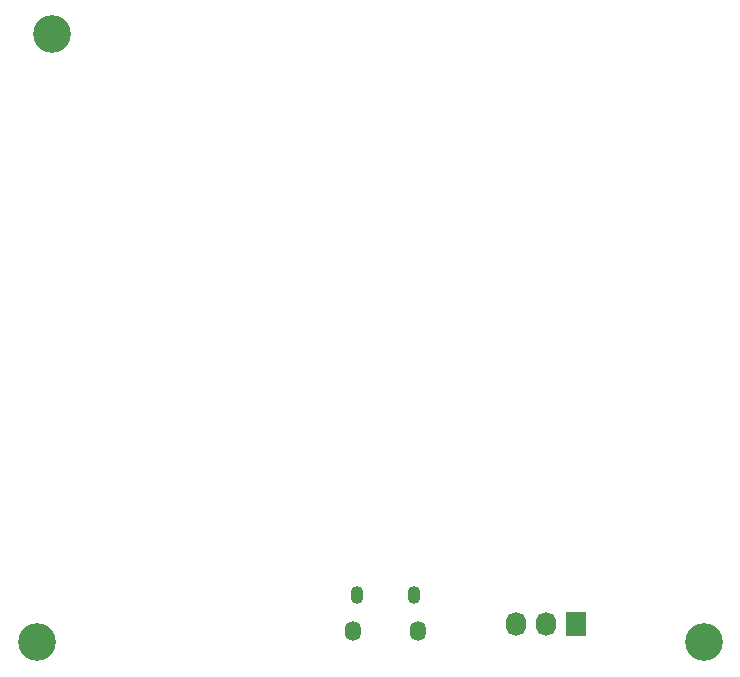
<source format=gbr>
%TF.GenerationSoftware,KiCad,Pcbnew,(6.0.7)*%
%TF.CreationDate,2022-10-04T00:35:33-03:00*%
%TF.ProjectId,wireless,77697265-6c65-4737-932e-6b696361645f,rev?*%
%TF.SameCoordinates,Original*%
%TF.FileFunction,Soldermask,Bot*%
%TF.FilePolarity,Negative*%
%FSLAX46Y46*%
G04 Gerber Fmt 4.6, Leading zero omitted, Abs format (unit mm)*
G04 Created by KiCad (PCBNEW (6.0.7)) date 2022-10-04 00:35:33*
%MOMM*%
%LPD*%
G01*
G04 APERTURE LIST*
%ADD10C,3.200000*%
%ADD11O,1.100000X1.500000*%
%ADD12O,1.350000X1.700000*%
%ADD13R,1.730000X2.030000*%
%ADD14O,1.730000X2.030000*%
G04 APERTURE END LIST*
D10*
%TO.C,REF\u002A\u002A*%
X130745000Y-124870000D03*
%TD*%
%TO.C,REF\u002A\u002A*%
X74230000Y-124870000D03*
%TD*%
%TO.C,REF\u002A\u002A*%
X75500000Y-73435000D03*
%TD*%
D11*
%TO.C,J1*%
X101354000Y-120911000D03*
D12*
X101044000Y-123911000D03*
X106504000Y-123911000D03*
D11*
X106194000Y-120911000D03*
%TD*%
D13*
%TO.C,J2*%
X119898000Y-123311000D03*
D14*
X117358000Y-123311000D03*
X114818000Y-123311000D03*
%TD*%
M02*

</source>
